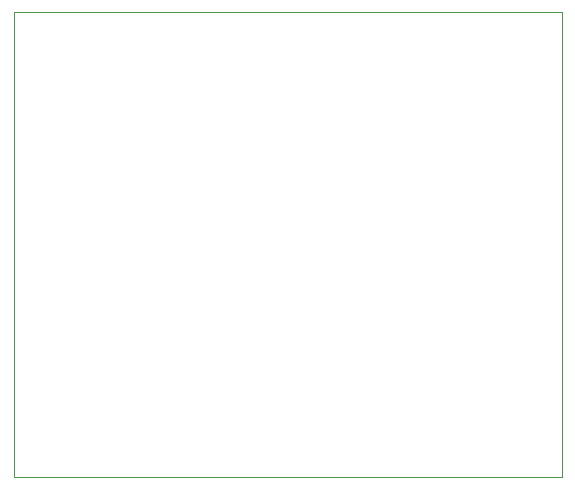
<source format=gbr>
G04 #@! TF.GenerationSoftware,KiCad,Pcbnew,(5.1.5)-3*
G04 #@! TF.CreationDate,2020-11-01T11:24:48+01:00*
G04 #@! TF.ProjectId,KnokooPedalCtrl,4b6e6f6b-6f6f-4506-9564-616c4374726c,v0.2*
G04 #@! TF.SameCoordinates,Original*
G04 #@! TF.FileFunction,Profile,NP*
%FSLAX46Y46*%
G04 Gerber Fmt 4.6, Leading zero omitted, Abs format (unit mm)*
G04 Created by KiCad (PCBNEW (5.1.5)-3) date 2020-11-01 11:24:48*
%MOMM*%
%LPD*%
G04 APERTURE LIST*
%ADD10C,0.050000*%
G04 APERTURE END LIST*
D10*
X54610000Y-55880000D02*
X54610000Y-57150000D01*
X83820000Y-55880000D02*
X54610000Y-55880000D01*
X100965000Y-55880000D02*
X83820000Y-55880000D01*
X100965000Y-70485000D02*
X100965000Y-55880000D01*
X100965000Y-95250000D02*
X100965000Y-70485000D01*
X95250000Y-95250000D02*
X100965000Y-95250000D01*
X64135000Y-95250000D02*
X95250000Y-95250000D01*
X54610000Y-95250000D02*
X64135000Y-95250000D01*
X54610000Y-90805000D02*
X54610000Y-95250000D01*
X54610000Y-57150000D02*
X54610000Y-90805000D01*
M02*

</source>
